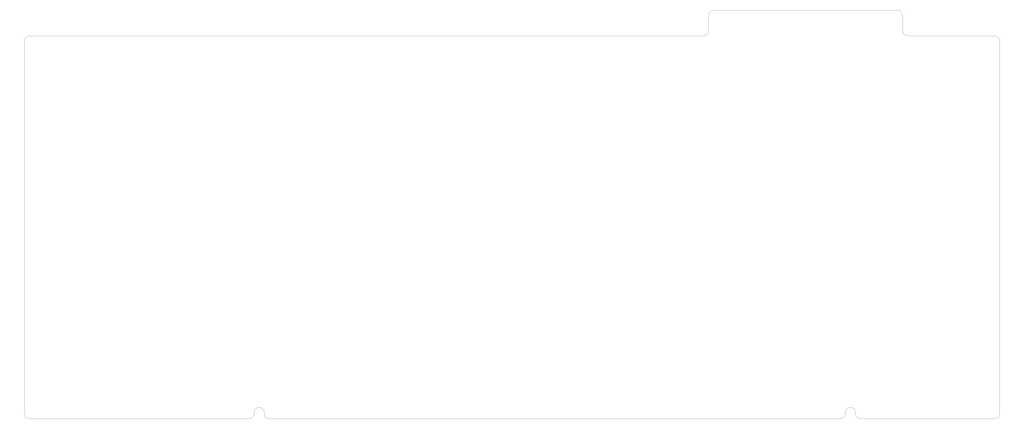
<source format=gbr>
G04 #@! TF.GenerationSoftware,KiCad,Pcbnew,(5.1.6)-1*
G04 #@! TF.CreationDate,2020-07-04T01:33:36+02:00*
G04 #@! TF.ProjectId,E80-1800-pcb-universal,4538302d-3138-4303-902d-7063622d756e,rev?*
G04 #@! TF.SameCoordinates,Original*
G04 #@! TF.FileFunction,Profile,NP*
%FSLAX46Y46*%
G04 Gerber Fmt 4.6, Leading zero omitted, Abs format (unit mm)*
G04 Created by KiCad (PCBNEW (5.1.6)-1) date 2020-07-04 01:33:36*
%MOMM*%
%LPD*%
G01*
G04 APERTURE LIST*
G04 #@! TA.AperFunction,Profile*
%ADD10C,0.050000*%
G04 #@! TD*
G04 APERTURE END LIST*
D10*
X75985992Y-129000000D02*
X75985992Y-128586992D01*
X79985992Y-129000000D02*
X79985992Y-128586992D01*
X307561992Y-129000000D02*
X307561992Y-128586992D01*
X311561992Y-129000000D02*
X311561992Y-128586992D01*
X-14000000Y17000000D02*
X-14000000Y-129000000D01*
X-12000000Y19000000D02*
X252000000Y19000000D01*
X-14000000Y17000000D02*
G75*
G02*
X-12000000Y19000000I2000000J0D01*
G01*
X332000000Y19000000D02*
G75*
G02*
X330000000Y21000000I0J2000000D01*
G01*
X328000000Y29000000D02*
G75*
G02*
X330000000Y27000000I0J-2000000D01*
G01*
X330000000Y21000000D02*
X330000000Y27000000D01*
X81985992Y-131000000D02*
X305561992Y-131000000D01*
X73985992Y-131000000D02*
X-12000000Y-131000000D01*
X368000000Y-129000000D02*
X368000000Y17000000D01*
X313561992Y-131000000D02*
X366000000Y-131000000D01*
X368000000Y-129000000D02*
G75*
G02*
X366000000Y-131000000I-2000000J0D01*
G01*
X-12000000Y-131000000D02*
G75*
G02*
X-14000000Y-129000000I0J2000000D01*
G01*
X75985992Y-129000000D02*
G75*
G02*
X73985992Y-131000000I-2000000J0D01*
G01*
X81985992Y-131000000D02*
G75*
G02*
X79985992Y-129000000I0J2000000D01*
G01*
X307561992Y-129000000D02*
G75*
G02*
X305561992Y-131000000I-2000000J0D01*
G01*
X313561992Y-131000000D02*
G75*
G02*
X311561992Y-129000000I0J2000000D01*
G01*
X307561992Y-128586992D02*
G75*
G02*
X311561992Y-128586992I2000000J0D01*
G01*
X75985992Y-128586992D02*
G75*
G02*
X79985992Y-128586992I2000000J0D01*
G01*
X254000000Y27000000D02*
X254000000Y21000000D01*
X328000000Y29000000D02*
X256000000Y29000000D01*
X366000000Y19000000D02*
X332000000Y19000000D01*
X254000000Y21000000D02*
G75*
G02*
X252000000Y19000000I-2000000J0D01*
G01*
X366000000Y19000000D02*
G75*
G02*
X368000000Y17000000I0J-2000000D01*
G01*
X254000000Y27000000D02*
G75*
G02*
X256000000Y29000000I2000000J0D01*
G01*
M02*

</source>
